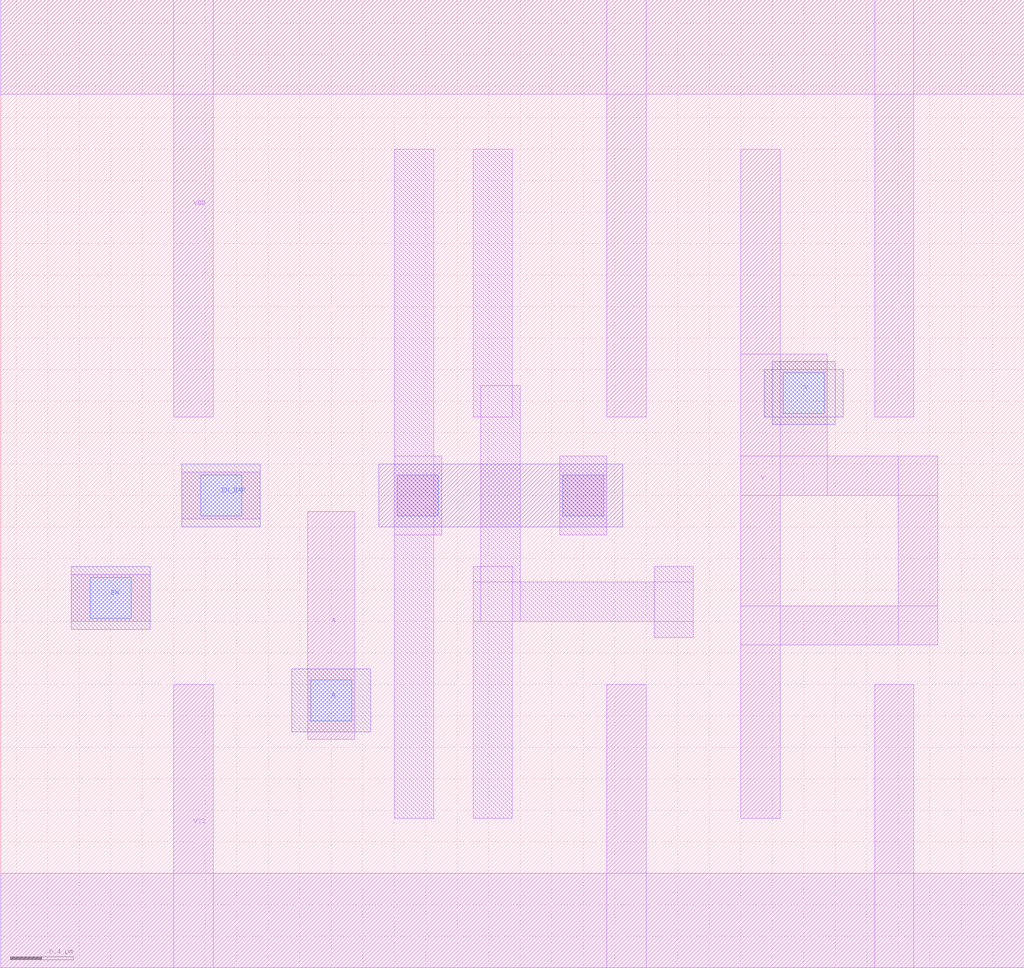
<source format=lef>
# Copyright 2022 Google LLC
# Licensed under the Apache License, Version 2.0 (the "License");
# you may not use this file except in compliance with the License.
# You may obtain a copy of the License at
#
#      http://www.apache.org/licenses/LICENSE-2.0
#
# Unless required by applicable law or agreed to in writing, software
# distributed under the License is distributed on an "AS IS" BASIS,
# WITHOUT WARRANTIES OR CONDITIONS OF ANY KIND, either express or implied.
# See the License for the specific language governing permissions and
# limitations under the License.
VERSION 5.7 ;
BUSBITCHARS "[]" ;
DIVIDERCHAR "/" ;

MACRO gf180mcu_osu_sc_gp9t3v3__tinv_2
  CLASS CORE ;
  ORIGIN 3.3 0 ;
  FOREIGN gf180mcu_osu_sc_gp9t3v3__tinv_2 -3.3 0 ;
  SIZE 6.5 BY 6.15 ;
  SYMMETRY X Y ;
  SITE GF180_3p3_12t ;
  PIN VDD
    DIRECTION INOUT ;
    USE POWER ;
    SHAPE ABUTMENT ;
    PORT
      LAYER MET1 ;
        RECT -3.3 5.55 3.2 6.15 ;
        RECT 2.25 3.5 2.5 6.15 ;
        RECT 0.55 3.5 0.8 6.15 ;
        RECT -2.2 3.5 -1.95 6.15 ;
    END
  END VDD
  PIN VSS
    DIRECTION INOUT ;
    USE GROUND ;
    PORT
      LAYER MET1 ;
        RECT -3.3 0 3.2 0.6 ;
        RECT 2.25 0 2.5 1.8 ;
        RECT 0.55 0 0.8 1.8 ;
        RECT -2.2 0 -1.95 1.8 ;
    END
  END VSS
  PIN A
    DIRECTION INPUT ;
    USE SIGNAL ;
    PORT
      LAYER MET1 ;
        RECT -1.35 1.45 -1.05 2.9 ;
      LAYER MET2 ;
        RECT -1.45 1.5 -0.95 1.9 ;
      LAYER VIA12 ;
        RECT -1.33 1.57 -1.07 1.83 ;
    END
  END A
  PIN EN
    DIRECTION INPUT ;
    USE SIGNAL ;
    PORT
      LAYER MET1 ;
        RECT -2.85 2.2 -2.35 2.5 ;
      LAYER MET2 ;
        RECT -2.85 2.15 -2.35 2.55 ;
      LAYER VIA12 ;
        RECT -2.73 2.22 -2.47 2.48 ;
    END
  END EN
  PIN EN_BAR
    DIRECTION INPUT ;
    USE SIGNAL ;
    PORT
      LAYER MET1 ;
        RECT -2.15 2.85 -1.65 3.15 ;
      LAYER MET2 ;
        RECT -2.15 2.8 -1.65 3.2 ;
      LAYER VIA12 ;
        RECT -2.03 2.87 -1.77 3.13 ;
    END
  END EN_BAR
  PIN Y
    DIRECTION OUTPUT ;
    USE SIGNAL ;
    PORT
      LAYER MET1 ;
        RECT 1.4 3 2.65 3.25 ;
        RECT 2.4 2.05 2.65 3.25 ;
        RECT 1.4 2.05 2.65 2.3 ;
        RECT 1.4 3 1.95 3.9 ;
        RECT 1.4 0.95 1.65 5.2 ;
      LAYER MET2 ;
        RECT 1.55 3.5 2.05 3.8 ;
        RECT 1.6 3.45 2 3.85 ;
      LAYER VIA12 ;
        RECT 1.67 3.52 1.93 3.78 ;
    END
  END Y
  OBS
    LAYER MET2 ;
      RECT -0.9 2.8 0.65 3.2 ;
    LAYER VIA12 ;
      RECT 0.27 2.87 0.53 3.13 ;
      RECT -0.78 2.87 -0.52 3.13 ;
    LAYER MET1 ;
      RECT -0.3 3.5 -0.05 5.2 ;
      RECT -0.25 2.2 0 3.7 ;
      RECT 0.85 2.1 1.1 2.55 ;
      RECT -0.3 0.95 -0.05 2.55 ;
      RECT -0.3 2.2 1.1 2.45 ;
      RECT -0.8 0.95 -0.55 5.2 ;
      RECT -0.8 2.75 -0.5 3.25 ;
      RECT 0.25 2.75 0.55 3.25 ;
  END
END gf180mcu_osu_sc_gp9t3v3__tinv_2

</source>
